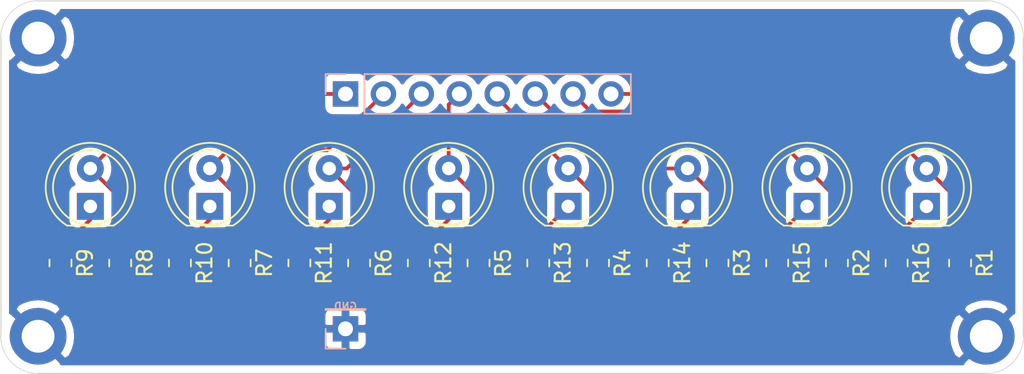
<source format=kicad_pcb>
(kicad_pcb (version 20211014) (generator pcbnew)
  (layers (0 "F.Cu" signal) (31 "B.Cu" signal) (34 "B.Paste" user) (35 "F.Paste" user) (36 "B.SilkS" user "B.Silkscreen") (37 "F.SilkS" user "F.Silkscreen") (38 "B.Mask" user) (39 "F.Mask" user) (44 "Edge.Cuts" user))
  (net 0 "")
  (net 1 "/BUS_0")
  (net 2 "Net-(D1-Pad1)")
  (net 3 "/BUS_1")
  (net 4 "Net-(D2-Pad1)")
  (net 5 "/BUS_2")
  (net 6 "Net-(D3-Pad1)")
  (net 7 "/BUS_3")
  (net 8 "Net-(D4-Pad1)")
  (net 9 "/BUS_4")
  (net 10 "Net-(D5-Pad1)")
  (net 11 "/BUS_5")
  (net 12 "Net-(D6-Pad1)")
  (net 13 "/BUS_6")
  (net 14 "Net-(D7-Pad1)")
  (net 15 "/BUS_7")
  (net 16 "Net-(D8-Pad1)")
  (net 17 "GND")
  (footprint "LED_THT:LED_D5.0mm" (layer "F.Cu") (at 92.5 133.79 90)
    (fp_text reference "D1" hide)
    (fp_text value "RED")
    (fp_line (start -1.29 -1.545) (end -1.29 1.545) (layer "F.SilkS") (width 0.12))
    (fp_arc (start -1.29 -1.54483) (mid 2.072002 -2.880433) (end 4.26 0.000462) (layer "F.SilkS") (width 0.12))
    (fp_arc (start 4.26 -0.000462) (mid 2.072002 2.880433) (end -1.29 1.54483) (layer "F.SilkS") (width 0.12))
    (fp_circle (center 1.27 0) (end 3.77 0) (layer "F.SilkS") (width 0.12) (fill none))
    (pad "1" thru_hole rect locked (at 0 0 90) (size 1.8 1.8) (drill 0.9) (layers *.Cu *.Mask) (net 2 "Net-(D1-Pad1)"))
    (pad "2" thru_hole circle locked (at 2.54 0 90) (size 1.8 1.8) (drill 0.9) (layers *.Cu *.Mask) (net 1 "/BUS_0"))
  )
  (footprint "LED_THT:LED_D5.0mm" (layer "F.Cu") (at 100.5 133.79 90)
    (fp_text reference "D2" hide)
    (fp_text value "RED")
    (fp_line (start -1.29 -1.545) (end -1.29 1.545) (layer "F.SilkS") (width 0.12))
    (fp_arc (start 4.26 -0.000462) (mid 2.072002 2.880433) (end -1.29 1.54483) (layer "F.SilkS") (width 0.12))
    (fp_arc (start -1.29 -1.54483) (mid 2.072002 -2.880433) (end 4.26 0.000462) (layer "F.SilkS") (width 0.12))
    (fp_circle (center 1.27 0) (end 3.77 0) (layer "F.SilkS") (width 0.12) (fill none))
    (pad "1" thru_hole rect locked (at 0 0 90) (size 1.8 1.8) (drill 0.9) (layers *.Cu *.Mask) (net 4 "Net-(D2-Pad1)"))
    (pad "2" thru_hole circle locked (at 2.54 0 90) (size 1.8 1.8) (drill 0.9) (layers *.Cu *.Mask) (net 3 "/BUS_1"))
  )
  (footprint "LED_THT:LED_D5.0mm" (layer "F.Cu") (at 108.5 133.79 90)
    (fp_text reference "D3" hide)
    (fp_text value "RED")
    (fp_line (start -1.29 -1.545) (end -1.29 1.545) (layer "F.SilkS") (width 0.12))
    (fp_arc (start -1.29 -1.54483) (mid 2.072002 -2.880433) (end 4.26 0.000462) (layer "F.SilkS") (width 0.12))
    (fp_arc (start 4.26 -0.000462) (mid 2.072002 2.880433) (end -1.29 1.54483) (layer "F.SilkS") (width 0.12))
    (fp_circle (center 1.27 0) (end 3.77 0) (layer "F.SilkS") (width 0.12) (fill none))
    (pad "1" thru_hole rect locked (at 0 0 90) (size 1.8 1.8) (drill 0.9) (layers *.Cu *.Mask) (net 6 "Net-(D3-Pad1)"))
    (pad "2" thru_hole circle locked (at 2.54 0 90) (size 1.8 1.8) (drill 0.9) (layers *.Cu *.Mask) (net 5 "/BUS_2"))
  )
  (footprint "LED_THT:LED_D5.0mm" (layer "F.Cu") (at 116.5 133.79 90)
    (fp_text reference "D4" hide)
    (fp_text value "RED")
    (fp_line (start -1.29 -1.545) (end -1.29 1.545) (layer "F.SilkS") (width 0.12))
    (fp_arc (start 4.26 -0.000462) (mid 2.072002 2.880433) (end -1.29 1.54483) (layer "F.SilkS") (width 0.12))
    (fp_arc (start -1.29 -1.54483) (mid 2.072002 -2.880433) (end 4.26 0.000462) (layer "F.SilkS") (width 0.12))
    (fp_circle (center 1.27 0) (end 3.77 0) (layer "F.SilkS") (width 0.12) (fill none))
    (pad "1" thru_hole rect locked (at 0 0 90) (size 1.8 1.8) (drill 0.9) (layers *.Cu *.Mask) (net 8 "Net-(D4-Pad1)"))
    (pad "2" thru_hole circle locked (at 2.54 0 90) (size 1.8 1.8) (drill 0.9) (layers *.Cu *.Mask) (net 7 "/BUS_3"))
  )
  (footprint "LED_THT:LED_D5.0mm" (layer "F.Cu") (at 124.5 133.79 90)
    (fp_text reference "D5" hide)
    (fp_text value "RED")
    (fp_line (start -1.29 -1.545) (end -1.29 1.545) (layer "F.SilkS") (width 0.12))
    (fp_arc (start -1.29 -1.54483) (mid 2.072002 -2.880433) (end 4.26 0.000462) (layer "F.SilkS") (width 0.12))
    (fp_arc (start 4.26 -0.000462) (mid 2.072002 2.880433) (end -1.29 1.54483) (layer "F.SilkS") (width 0.12))
    (fp_circle (center 1.27 0) (end 3.77 0) (layer "F.SilkS") (width 0.12) (fill none))
    (pad "1" thru_hole rect locked (at 0 0 90) (size 1.8 1.8) (drill 0.9) (layers *.Cu *.Mask) (net 10 "Net-(D5-Pad1)"))
    (pad "2" thru_hole circle locked (at 2.54 0 90) (size 1.8 1.8) (drill 0.9) (layers *.Cu *.Mask) (net 9 "/BUS_4"))
  )
  (footprint "LED_THT:LED_D5.0mm" (layer "F.Cu") (at 132.5 133.79 90)
    (fp_text reference "D6" hide)
    (fp_text value "RED")
    (fp_line (start -1.29 -1.545) (end -1.29 1.545) (layer "F.SilkS") (width 0.12))
    (fp_arc (start 4.26 -0.000462) (mid 2.072002 2.880433) (end -1.29 1.54483) (layer "F.SilkS") (width 0.12))
    (fp_arc (start -1.29 -1.54483) (mid 2.072002 -2.880433) (end 4.26 0.000462) (layer "F.SilkS") (width 0.12))
    (fp_circle (center 1.27 0) (end 3.77 0) (layer "F.SilkS") (width 0.12) (fill none))
    (pad "1" thru_hole rect locked (at 0 0 90) (size 1.8 1.8) (drill 0.9) (layers *.Cu *.Mask) (net 12 "Net-(D6-Pad1)"))
    (pad "2" thru_hole circle locked (at 2.54 0 90) (size 1.8 1.8) (drill 0.9) (layers *.Cu *.Mask) (net 11 "/BUS_5"))
  )
  (footprint "LED_THT:LED_D5.0mm" (layer "F.Cu") (at 140.5 133.79 90)
    (fp_text reference "D7" hide)
    (fp_text value "RED")
    (fp_line (start -1.29 -1.545) (end -1.29 1.545) (layer "F.SilkS") (width 0.12))
    (fp_arc (start 4.26 -0.000462) (mid 2.072002 2.880433) (end -1.29 1.54483) (layer "F.SilkS") (width 0.12))
    (fp_arc (start -1.29 -1.54483) (mid 2.072002 -2.880433) (end 4.26 0.000462) (layer "F.SilkS") (width 0.12))
    (fp_circle (center 1.27 0) (end 3.77 0) (layer "F.SilkS") (width 0.12) (fill none))
    (pad "1" thru_hole rect locked (at 0 0 90) (size 1.8 1.8) (drill 0.9) (layers *.Cu *.Mask) (net 14 "Net-(D7-Pad1)"))
    (pad "2" thru_hole circle locked (at 2.54 0 90) (size 1.8 1.8) (drill 0.9) (layers *.Cu *.Mask) (net 13 "/BUS_6"))
  )
  (footprint "LED_THT:LED_D5.0mm" (layer "F.Cu") (at 148.5 133.79 90)
    (fp_text reference "D8" hide)
    (fp_text value "RED")
    (fp_line (start -1.29 -1.545) (end -1.29 1.545) (layer "F.SilkS") (width 0.12))
    (fp_arc (start -1.29 -1.54483) (mid 2.072002 -2.880433) (end 4.26 0.000462) (layer "F.SilkS") (width 0.12))
    (fp_arc (start 4.26 -0.000462) (mid 2.072002 2.880433) (end -1.29 1.54483) (layer "F.SilkS") (width 0.12))
    (fp_circle (center 1.27 0) (end 3.77 0) (layer "F.SilkS") (width 0.12) (fill none))
    (pad "1" thru_hole rect locked (at 0 0 90) (size 1.8 1.8) (drill 0.9) (layers *.Cu *.Mask) (net 16 "Net-(D8-Pad1)"))
    (pad "2" thru_hole circle locked (at 2.54 0 90) (size 1.8 1.8) (drill 0.9) (layers *.Cu *.Mask) (net 15 "/BUS_7"))
  )
  (footprint "Resistor_SMD:R_0805_2012Metric" (layer "F.Cu") (at 94.5 137.5875 -90)
    (fp_text reference "R8" (at 0 -1.65 90) (layer "F.SilkS"))
    (fp_text value "10k")
    (fp_line (start -0.227064 0.735) (end 0.227064 0.735) (layer "F.SilkS") (width 0.12))
    (fp_line (start -0.227064 -0.735) (end 0.227064 -0.735) (layer "F.SilkS") (width 0.12))
    (pad "1" smd roundrect locked (at -0.9125 0 270) (size 1.025 1.4) (layers "F.Cu" "F.Paste" "F.Mask") (roundrect_rratio 0.2439004878) (net 1 "/BUS_0"))
    (pad "2" smd roundrect locked (at 0.9125 0 270) (size 1.025 1.4) (layers "F.Cu" "F.Paste" "F.Mask") (roundrect_rratio 0.2439004878) (net 17 "GND"))
  )
  (footprint "Resistor_SMD:R_0805_2012Metric" (layer "F.Cu") (at 90.5 137.5875 -90)
    (fp_text reference "R9" (at 0 -1.65 90) (layer "F.SilkS"))
    (fp_text value "220")
    (fp_line (start -0.227064 0.735) (end 0.227064 0.735) (layer "F.SilkS") (width 0.12))
    (fp_line (start -0.227064 -0.735) (end 0.227064 -0.735) (layer "F.SilkS") (width 0.12))
    (pad "1" smd roundrect locked (at -0.9125 0 270) (size 1.025 1.4) (layers "F.Cu" "F.Paste" "F.Mask") (roundrect_rratio 0.2439004878) (net 2 "Net-(D1-Pad1)"))
    (pad "2" smd roundrect locked (at 0.9125 0 270) (size 1.025 1.4) (layers "F.Cu" "F.Paste" "F.Mask") (roundrect_rratio 0.2439004878) (net 17 "GND"))
  )
  (footprint "Resistor_SMD:R_0805_2012Metric" (layer "F.Cu") (at 98.5 137.5875 -90)
    (fp_text reference "R10" (at 0 -1.65 90) (layer "F.SilkS"))
    (fp_text value "220")
    (fp_line (start -0.227064 0.735) (end 0.227064 0.735) (layer "F.SilkS") (width 0.12))
    (fp_line (start -0.227064 -0.735) (end 0.227064 -0.735) (layer "F.SilkS") (width 0.12))
    (pad "1" smd roundrect locked (at -0.9125 0 270) (size 1.025 1.4) (layers "F.Cu" "F.Paste" "F.Mask") (roundrect_rratio 0.2439004878) (net 4 "Net-(D2-Pad1)"))
    (pad "2" smd roundrect locked (at 0.9125 0 270) (size 1.025 1.4) (layers "F.Cu" "F.Paste" "F.Mask") (roundrect_rratio 0.2439004878) (net 17 "GND"))
  )
  (footprint "Resistor_SMD:R_0805_2012Metric" (layer "F.Cu") (at 106.5 137.5875 -90)
    (fp_text reference "R11" (at 0 -1.65 90) (layer "F.SilkS"))
    (fp_text value "220")
    (fp_line (start -0.227064 -0.735) (end 0.227064 -0.735) (layer "F.SilkS") (width 0.12))
    (fp_line (start -0.227064 0.735) (end 0.227064 0.735) (layer "F.SilkS") (width 0.12))
    (pad "1" smd roundrect locked (at -0.9125 0 270) (size 1.025 1.4) (layers "F.Cu" "F.Paste" "F.Mask") (roundrect_rratio 0.2439004878) (net 6 "Net-(D3-Pad1)"))
    (pad "2" smd roundrect locked (at 0.9125 0 270) (size 1.025 1.4) (layers "F.Cu" "F.Paste" "F.Mask") (roundrect_rratio 0.2439004878) (net 17 "GND"))
  )
  (footprint "Resistor_SMD:R_0805_2012Metric" (layer "F.Cu") (at 114.5 137.5875 -90)
    (fp_text reference "R12" (at 0 -1.65 90) (layer "F.SilkS"))
    (fp_text value "220")
    (fp_line (start -0.227064 -0.735) (end 0.227064 -0.735) (layer "F.SilkS") (width 0.12))
    (fp_line (start -0.227064 0.735) (end 0.227064 0.735) (layer "F.SilkS") (width 0.12))
    (pad "1" smd roundrect locked (at -0.9125 0 270) (size 1.025 1.4) (layers "F.Cu" "F.Paste" "F.Mask") (roundrect_rratio 0.2439004878) (net 8 "Net-(D4-Pad1)"))
    (pad "2" smd roundrect locked (at 0.9125 0 270) (size 1.025 1.4) (layers "F.Cu" "F.Paste" "F.Mask") (roundrect_rratio 0.2439004878) (net 17 "GND"))
  )
  (footprint "Resistor_SMD:R_0805_2012Metric" (layer "F.Cu") (at 122.5 137.5875 -90)
    (fp_text reference "R13" (at 0 -1.65 90) (layer "F.SilkS"))
    (fp_text value "220")
    (fp_line (start -0.227064 0.735) (end 0.227064 0.735) (layer "F.SilkS") (width 0.12))
    (fp_line (start -0.227064 -0.735) (end 0.227064 -0.735) (layer "F.SilkS") (width 0.12))
    (pad "1" smd roundrect locked (at -0.9125 0 270) (size 1.025 1.4) (layers "F.Cu" "F.Paste" "F.Mask") (roundrect_rratio 0.2439004878) (net 10 "Net-(D5-Pad1)"))
    (pad "2" smd roundrect locked (at 0.9125 0 270) (size 1.025 1.4) (layers "F.Cu" "F.Paste" "F.Mask") (roundrect_rratio 0.2439004878) (net 17 "GND"))
  )
  (footprint "Resistor_SMD:R_0805_2012Metric" (layer "F.Cu") (at 130.5 137.5875 -90)
    (fp_text reference "R14" (at 0 -1.65 90) (layer "F.SilkS"))
    (fp_text value "220")
    (fp_line (start -0.227064 -0.735) (end 0.227064 -0.735) (layer "F.SilkS") (width 0.12))
    (fp_line (start -0.227064 0.735) (end 0.227064 0.735) (layer "F.SilkS") (width 0.12))
    (pad "1" smd roundrect locked (at -0.9125 0 270) (size 1.025 1.4) (layers "F.Cu" "F.Paste" "F.Mask") (roundrect_rratio 0.2439004878) (net 12 "Net-(D6-Pad1)"))
    (pad "2" smd roundrect locked (at 0.9125 0 270) (size 1.025 1.4) (layers "F.Cu" "F.Paste" "F.Mask") (roundrect_rratio 0.2439004878) (net 17 "GND"))
  )
  (footprint "Resistor_SMD:R_0805_2012Metric" (layer "F.Cu") (at 138.5 137.5875 -90)
    (fp_text reference "R15" (at 0 -1.65 90) (layer "F.SilkS"))
    (fp_text value "220")
    (fp_line (start -0.227064 0.735) (end 0.227064 0.735) (layer "F.SilkS") (width 0.12))
    (fp_line (start -0.227064 -0.735) (end 0.227064 -0.735) (layer "F.SilkS") (width 0.12))
    (pad "1" smd roundrect locked (at -0.9125 0 270) (size 1.025 1.4) (layers "F.Cu" "F.Paste" "F.Mask") (roundrect_rratio 0.2439004878) (net 14 "Net-(D7-Pad1)"))
    (pad "2" smd roundrect locked (at 0.9125 0 270) (size 1.025 1.4) (layers "F.Cu" "F.Paste" "F.Mask") (roundrect_rratio 0.2439004878) (net 17 "GND"))
  )
  (footprint "Resistor_SMD:R_0805_2012Metric" (layer "F.Cu") (at 146.5 137.5875 -90)
    (fp_text reference "R16" (at 0 -1.65 90) (layer "F.SilkS"))
    (fp_text value "220")
    (fp_line (start -0.227064 -0.735) (end 0.227064 -0.735) (layer "F.SilkS") (width 0.12))
    (fp_line (start -0.227064 0.735) (end 0.227064 0.735) (layer "F.SilkS") (width 0.12))
    (pad "1" smd roundrect locked (at -0.9125 0 270) (size 1.025 1.4) (layers "F.Cu" "F.Paste" "F.Mask") (roundrect_rratio 0.2439004878) (net 16 "Net-(D8-Pad1)"))
    (pad "2" smd roundrect locked (at 0.9125 0 270) (size 1.025 1.4) (layers "F.Cu" "F.Paste" "F.Mask") (roundrect_rratio 0.2439004878) (net 17 "GND"))
  )
  (footprint "Resistor_SMD:R_0805_2012Metric" (layer "F.Cu") (at 150.75 137.5875 -90)
    (fp_text reference "R1" (at 0 -1.65 90) (layer "F.SilkS"))
    (fp_text value "10k")
    (fp_line (start -0.227064 0.735) (end 0.227064 0.735) (layer "F.SilkS") (width 0.12))
    (fp_line (start -0.227064 -0.735) (end 0.227064 -0.735) (layer "F.SilkS") (width 0.12))
    (pad "1" smd roundrect locked (at -0.9125 0 270) (size 1.025 1.4) (layers "F.Cu" "F.Paste" "F.Mask") (roundrect_rratio 0.2439004878) (net 15 "/BUS_7"))
    (pad "2" smd roundrect locked (at 0.9125 0 270) (size 1.025 1.4) (layers "F.Cu" "F.Paste" "F.Mask") (roundrect_rratio 0.2439004878) (net 17 "GND"))
  )
  (footprint "Resistor_SMD:R_0805_2012Metric" (layer "F.Cu") (at 142.5 137.5875 -90)
    (fp_text reference "R2" (at 0 -1.65 90) (layer "F.SilkS"))
    (fp_text value "10k")
    (fp_line (start -0.227064 0.735) (end 0.227064 0.735) (layer "F.SilkS") (width 0.12))
    (fp_line (start -0.227064 -0.735) (end 0.227064 -0.735) (layer "F.SilkS") (width 0.12))
    (pad "1" smd roundrect locked (at -0.9125 0 270) (size 1.025 1.4) (layers "F.Cu" "F.Paste" "F.Mask") (roundrect_rratio 0.2439004878) (net 13 "/BUS_6"))
    (pad "2" smd roundrect locked (at 0.9125 0 270) (size 1.025 1.4) (layers "F.Cu" "F.Paste" "F.Mask") (roundrect_rratio 0.2439004878) (net 17 "GND"))
  )
  (footprint "Resistor_SMD:R_0805_2012Metric" (layer "F.Cu") (at 134.5 137.5875 -90)
    (fp_text reference "R3" (at 0 -1.65 90) (layer "F.SilkS"))
    (fp_text value "10k")
    (fp_line (start -0.227064 0.735) (end 0.227064 0.735) (layer "F.SilkS") (width 0.12))
    (fp_line (start -0.227064 -0.735) (end 0.227064 -0.735) (layer "F.SilkS") (width 0.12))
    (pad "1" smd roundrect locked (at -0.9125 0 270) (size 1.025 1.4) (layers "F.Cu" "F.Paste" "F.Mask") (roundrect_rratio 0.2439004878) (net 11 "/BUS_5"))
    (pad "2" smd roundrect locked (at 0.9125 0 270) (size 1.025 1.4) (layers "F.Cu" "F.Paste" "F.Mask") (roundrect_rratio 0.2439004878) (net 17 "GND"))
  )
  (footprint "Resistor_SMD:R_0805_2012Metric" (layer "F.Cu") (at 126.5 137.5875 -90)
    (fp_text reference "R4" (at 0 -1.65 90) (layer "F.SilkS"))
    (fp_text value "10k")
    (fp_line (start -0.227064 0.735) (end 0.227064 0.735) (layer "F.SilkS") (width 0.12))
    (fp_line (start -0.227064 -0.735) (end 0.227064 -0.735) (layer "F.SilkS") (width 0.12))
    (pad "1" smd roundrect locked (at -0.9125 0 270) (size 1.025 1.4) (layers "F.Cu" "F.Paste" "F.Mask") (roundrect_rratio 0.2439004878) (net 9 "/BUS_4"))
    (pad "2" smd roundrect locked (at 0.9125 0 270) (size 1.025 1.4) (layers "F.Cu" "F.Paste" "F.Mask") (roundrect_rratio 0.2439004878) (net 17 "GND"))
  )
  (footprint "Resistor_SMD:R_0805_2012Metric" (layer "F.Cu") (at 118.5 137.5875 -90)
    (fp_text reference "R5" (at 0 -1.65 90) (layer "F.SilkS"))
    (fp_text value "10k")
    (fp_line (start -0.227064 0.735) (end 0.227064 0.735) (layer "F.SilkS") (width 0.12))
    (fp_line (start -0.227064 -0.735) (end 0.227064 -0.735) (layer "F.SilkS") (width 0.12))
    (pad "1" smd roundrect locked (at -0.9125 0 270) (size 1.025 1.4) (layers "F.Cu" "F.Paste" "F.Mask") (roundrect_rratio 0.2439004878) (net 7 "/BUS_3"))
    (pad "2" smd roundrect locked (at 0.9125 0 270) (size 1.025 1.4) (layers "F.Cu" "F.Paste" "F.Mask") (roundrect_rratio 0.2439004878) (net 17 "GND"))
  )
  (footprint "Resistor_SMD:R_0805_2012Metric" (layer "F.Cu") (at 110.5 137.5875 -90)
    (fp_text reference "R6" (at 0 -1.65 90) (layer "F.SilkS"))
    (fp_text value "10k")
    (fp_line (start -0.227064 -0.735) (end 0.227064 -0.735) (layer "F.SilkS") (width 0.12))
    (fp_line (start -0.227064 0.735) (end 0.227064 0.735) (layer "F.SilkS") (width 0.12))
    (pad "1" smd roundrect locked (at -0.9125 0 270) (size 1.025 1.4) (layers "F.Cu" "F.Paste" "F.Mask") (roundrect_rratio 0.2439004878) (net 5 "/BUS_2"))
    (pad "2" smd roundrect locked (at 0.9125 0 270) (size 1.025 1.4) (layers "F.Cu" "F.Paste" "F.Mask") (roundrect_rratio 0.2439004878) (net 17 "GND"))
  )
  (footprint "Resistor_SMD:R_0805_2012Metric" (layer "F.Cu") (at 102.5 137.5875 -90)
    (fp_text reference "R7" (at 0 -1.65 90) (layer "F.SilkS"))
    (fp_text value "10k")
    (fp_line (start -0.227064 -0.735) (end 0.227064 -0.735) (layer "F.SilkS") (width 0.12))
    (fp_line (start -0.227064 0.735) (end 0.227064 0.735) (layer "F.SilkS") (width 0.12))
    (pad "1" smd roundrect locked (at -0.9125 0 270) (size 1.025 1.4) (layers "F.Cu" "F.Paste" "F.Mask") (roundrect_rratio 0.2439004878) (net 3 "/BUS_1"))
    (pad "2" smd roundrect locked (at 0.9125 0 270) (size 1.025 1.4) (layers "F.Cu" "F.Paste" "F.Mask") (roundrect_rratio 0.2439004878) (net 17 "GND"))
  )
  (footprint "MountingHole:MountingHole_2.2mm_M2_DIN965_Pad" (layer "F.Cu") (at 89 122.5 -90)
    (fp_text reference "H1" hide)
    (fp_text value "MountingHole_Pad")
    (pad "1" thru_hole circle locked (at 0 0 270) (size 3.8 3.8) (drill 2.2) (layers *.Cu *.Mask) (net 17 "GND"))
  )
  (footprint "MountingHole:MountingHole_2.2mm_M2_DIN965_Pad" (layer "F.Cu") (at 152.5 122.5 90)
    (fp_text reference "H2" hide)
    (fp_text value "MountingHole_Pad")
    (pad "1" thru_hole circle locked (at 0 0 90) (size 3.8 3.8) (drill 2.2) (layers *.Cu *.Mask) (net 17 "GND"))
  )
  (footprint "MountingHole:MountingHole_2.2mm_M2_DIN965_Pad" (layer "F.Cu") (at 89 142.5 90)
    (fp_text reference "H3" hide)
    (fp_text value "MountingHole_Pad")
    (pad "1" thru_hole circle locked (at 0 0 90) (size 3.8 3.8) (drill 2.2) (layers *.Cu *.Mask) (net 17 "GND"))
  )
  (footprint "MountingHole:MountingHole_2.2mm_M2_DIN965_Pad" (layer "F.Cu") (at 152.5 142.5 90)
    (fp_text reference "H4" hide)
    (fp_text value "MountingHole_Pad")
    (pad "1" thru_hole circle locked (at 0 0 90) (size 3.8 3.8) (drill 2.2) (layers *.Cu *.Mask) (net 17 "GND"))
  )
  (footprint "Connector_PinHeader_2.54mm:PinHeader_1x08_P2.54mm_Vertical" (layer "B.Cu") (at 109.59 126.25 -90)
    (fp_text reference "J1" hide)
    (fp_text value "BUS")
    (fp_line (start -1.33 1.33) (end 0 1.33) (layer "B.SilkS") (width 0.12))
    (fp_line (start -1.33 -1.27) (end 1.33 -1.27) (layer "B.SilkS") (width 0.12))
    (fp_line (start -1.33 -19.11) (end 1.33 -19.11) (layer "B.SilkS") (width 0.12))
    (fp_line (start -1.33 -1.27) (end -1.33 -19.11) (layer "B.SilkS") (width 0.12))
    (fp_line (start -1.33 0) (end -1.33 1.33) (layer "B.SilkS") (width 0.12))
    (fp_line (start 1.33 -1.27) (end 1.33 -19.11) (layer "B.SilkS") (width 0.12))
    (pad "1" thru_hole rect locked (at 0 0 270) (size 1.7 1.7) (drill 1) (layers *.Cu *.Mask) (net 1 "/BUS_0"))
    (pad "2" thru_hole oval locked (at 0 -2.54 270) (size 1.7 1.7) (drill 1) (layers *.Cu *.Mask) (net 3 "/BUS_1"))
    (pad "3" thru_hole oval locked (at 0 -5.08 270) (size 1.7 1.7) (drill 1) (layers *.Cu *.Mask) (net 5 "/BUS_2"))
    (pad "4" thru_hole oval locked (at 0 -7.62 270) (size 1.7 1.7) (drill 1) (layers *.Cu *.Mask) (net 7 "/BUS_3"))
    (pad "5" thru_hole oval locked (at 0 -10.16 270) (size 1.7 1.7) (drill 1) (layers *.Cu *.Mask) (net 9 "/BUS_4"))
    (pad "6" thru_hole oval locked (at 0 -12.7 270) (size 1.7 1.7) (drill 1) (layers *.Cu *.Mask) (net 11 "/BUS_5"))
    (pad "7" thru_hole oval locked (at 0 -15.24 270) (size 1.7 1.7) (drill 1) (layers *.Cu *.Mask) (net 13 "/BUS_6"))
    (pad "8" thru_hole oval locked (at 0 -17.78 270) (size 1.7 1.7) (drill 1) (layers *.Cu *.Mask) (net 15 "/BUS_7"))
  )
  (footprint "Connector_PinHeader_2.54mm:PinHeader_1x01_P2.54mm_Vertical" (layer "B.Cu") (at 109.59 142)
    (fp_text reference "J2" hide)
    (fp_text value "GND" (at 0 -1.5) (layer "B.SilkS") (effects (font (size 0.5 0.5) (thickness 0.1)) (justify mirror)))
    (fp_line (start 1.33 -1.27) (end 1.33 -1.33) (layer "B.SilkS") (width 0.12))
    (fp_line (start -1.33 -1.27) (end 1.33 -1.27) (layer "B.SilkS") (width 0.12))
    (fp_line (start -1.33 1.33) (end 0 1.33) (layer "B.SilkS") (width 0.12))
    (fp_line (start -1.33 -1.33) (end 1.33 -1.33) (layer "B.SilkS") (width 0.12))
    (fp_line (start -1.33 -1.27) (end -1.33 -1.33) (layer "B.SilkS") (width 0.12))
    (fp_line (start -1.33 0) (end -1.33 1.33) (layer "B.SilkS") (width 0.12))
    (pad "1" thru_hole rect locked (at 0 0) (size 1.7 1.7) (drill 1) (layers *.Cu *.Mask) (net 17 "GND"))
  )
  (gr_arc (start 155 142.5) (mid 154.267767 144.267767) (end 152.5 145) (layer "Edge.Cuts") (width 0.05))
  (gr_line (start 155 122.5) (end 155 142.5) (layer "Edge.Cuts") (width 0.1))
  (gr_line (start 89 120) (end 152.5 120) (layer "Edge.Cuts") (width 0.1))
  (gr_arc (start 152.5 120) (mid 154.267767 120.732233) (end 155 122.5) (layer "Edge.Cuts") (width 0.05))
  (gr_arc (start 86.5 122.5) (mid 87.232233 120.732233) (end 89 120) (layer "Edge.Cuts") (width 0.05))
  (gr_line (start 86.5 142.5) (end 86.5 122.5) (layer "Edge.Cuts") (width 0.1))
  (gr_arc (start 89 145) (mid 87.232233 144.267767) (end 86.5 142.5) (layer "Edge.Cuts") (width 0.05))
  (gr_line (start 152.5 145) (end 89 145) (layer "Edge.Cuts") (width 0.1))
  (segment (start 92.5 131.25) (end 94.5 133.25) (width 0.25) (layer "F.Cu") (net 1))
  (segment (start 97.5 126.25) (end 92.5 131.25) (width 0.25) (layer "F.Cu") (net 1))
  (segment (start 94.5 133.25) (end 94.5 136.675) (width 0.25) (layer "F.Cu") (net 1))
  (segment (start 109.59 126.25) (end 97.5 126.25) (width 0.25) (layer "F.Cu") (net 1))
  (segment (start 92.5 133.79) (end 92.5 134.675) (width 0.25) (layer "F.Cu") (net 2))
  (segment (start 92.5 134.675) (end 90.5 136.675) (width 0.25) (layer "F.Cu") (net 2))
  (segment (start 101.725001 130.024999) (end 108.355001 130.024999) (width 0.25) (layer "F.Cu") (net 3))
  (segment (start 100.5 131.25) (end 101.725001 130.024999) (width 0.25) (layer "F.Cu") (net 3))
  (segment (start 102.5 133.25) (end 102.5 136.675) (width 0.25) (layer "F.Cu") (net 3))
  (segment (start 108.355001 130.024999) (end 112.13 126.25) (width 0.25) (layer "F.Cu") (net 3))
  (segment (start 100.5 131.25) (end 102.5 133.25) (width 0.25) (layer "F.Cu") (net 3))
  (segment (start 100.5 133.79) (end 100.5 134.675) (width 0.25) (layer "F.Cu") (net 4))
  (segment (start 100.5 134.675) (end 98.5 136.675) (width 0.25) (layer "F.Cu") (net 4))
  (segment (start 108.5 131.25) (end 110.5 133.25) (width 0.25) (layer "F.Cu") (net 5))
  (segment (start 109.67 131.25) (end 114.67 126.25) (width 0.25) (layer "F.Cu") (net 5))
  (segment (start 108.5 131.25) (end 109.67 131.25) (width 0.25) (layer "F.Cu") (net 5))
  (segment (start 110.5 133.25) (end 110.5 136.675) (width 0.25) (layer "F.Cu") (net 5))
  (segment (start 108.5 133.79) (end 108.5 134.675) (width 0.25) (layer "F.Cu") (net 6))
  (segment (start 108.5 134.675) (end 106.5 136.675) (width 0.25) (layer "F.Cu") (net 6))
  (segment (start 116.5 126.96) (end 117.21 126.25) (width 0.25) (layer "F.Cu") (net 7))
  (segment (start 118.5 133.25) (end 118.5 136.675) (width 0.25) (layer "F.Cu") (net 7))
  (segment (start 116.5 131.25) (end 116.5 126.96) (width 0.25) (layer "F.Cu") (net 7))
  (segment (start 116.5 131.25) (end 118.5 133.25) (width 0.25) (layer "F.Cu") (net 7))
  (segment (start 116.5 133.79) (end 116.5 134.675) (width 0.25) (layer "F.Cu") (net 8))
  (segment (start 116.5 134.675) (end 114.5 136.675) (width 0.25) (layer "F.Cu") (net 8))
  (segment (start 124.5 131.25) (end 119.75 126.5) (width 0.25) (layer "F.Cu") (net 9))
  (segment (start 126.5 133.25) (end 126.5 136.675) (width 0.25) (layer "F.Cu") (net 9))
  (segment (start 119.75 126.5) (end 119.75 126.25) (width 0.25) (layer "F.Cu") (net 9))
  (segment (start 124.5 131.25) (end 126.5 133.25) (width 0.25) (layer "F.Cu") (net 9))
  (segment (start 122.5 136.675) (end 122.5 135.79) (width 0.25) (layer "F.Cu") (net 10))
  (segment (start 122.5 135.79) (end 124.5 133.79) (width 0.25) (layer "F.Cu") (net 10))
  (segment (start 122.29 126.25) (end 127.29 131.25) (width 0.25) (layer "F.Cu") (net 11))
  (segment (start 134.5 133.25) (end 134.5 136.675) (width 0.25) (layer "F.Cu") (net 11))
  (segment (start 132.5 131.25) (end 134.5 133.25) (width 0.25) (layer "F.Cu") (net 11))
  (segment (start 127.29 131.25) (end 132.5 131.25) (width 0.25) (layer "F.Cu") (net 11))
  (segment (start 132.5 134.675) (end 130.5 136.675) (width 0.25) (layer "F.Cu") (net 12))
  (segment (start 132.5 133.79) (end 132.5 134.675) (width 0.25) (layer "F.Cu") (net 12))
  (segment (start 142.5 136.675) (end 142.5 133.25) (width 0.25) (layer "F.Cu") (net 13))
  (segment (start 126.005001 127.425001) (end 136.675001 127.425001) (width 0.25) (layer "F.Cu") (net 13))
  (segment (start 142.5 133.25) (end 140.5 131.25) (width 0.25) (layer "F.Cu") (net 13))
  (segment (start 124.83 126.25) (end 126.005001 127.425001) (width 0.25) (layer "F.Cu") (net 13))
  (segment (start 136.675001 127.425001) (end 140.5 131.25) (width 0.25) (layer "F.Cu") (net 13))
  (segment (start 138.5 135.79) (end 140.5 133.79) (width 0.25) (layer "F.Cu") (net 14))
  (segment (start 138.5 136.675) (end 138.5 135.79) (width 0.25) (layer "F.Cu") (net 14))
  (segment (start 143.5 126.25) (end 148.5 131.25) (width 0.25) (layer "F.Cu") (net 15))
  (segment (start 127.37 126.25) (end 143.5 126.25) (width 0.25) (layer "F.Cu") (net 15))
  (segment (start 150.75 133.5) (end 150.75 136.675) (width 0.25) (layer "F.Cu") (net 15))
  (segment (start 148.5 131.25) (end 150.75 133.5) (width 0.25) (layer "F.Cu") (net 15))
  (segment (start 146.5 135.79) (end 148.5 133.79) (width 0.25) (layer "F.Cu") (net 16))
  (segment (start 146.5 136.675) (end 146.5 135.79) (width 0.25) (layer "F.Cu") (net 16))
  (zone (net 17) (net_name "GND") (layer "F.Cu") (connect_pads (clearance 0.508)) (min_thickness 0.254) (fill yes (thermal_gap 0.508) (thermal_bridge_width 0.508))
    (polygon (pts (xy 155 145) (xy 86.5 145) (xy 86.5 120) (xy 155 120)))
  )
  (zone (net 17) (net_name "GND") (layer "B.Cu") (connect_pads (clearance 0.508)) (min_thickness 0.254) (fill yes (thermal_gap 0.508) (thermal_bridge_width 0.508))
    (polygon (pts (xy 155 145) (xy 86.5 145) (xy 86.5 120) (xy 155 120)))
  )
)
</source>
